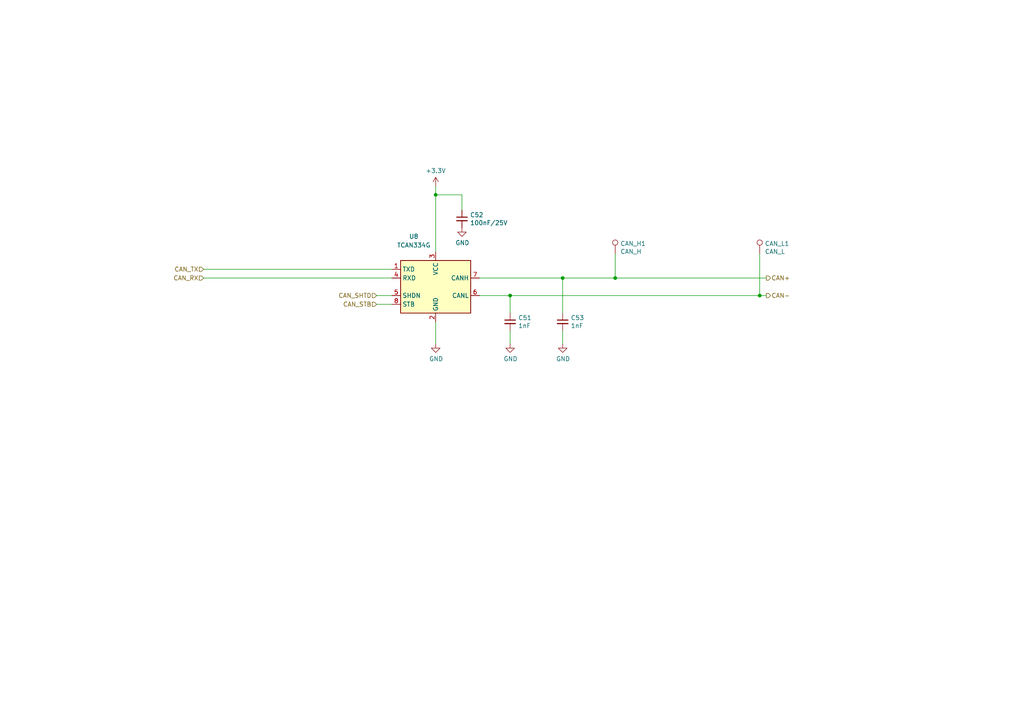
<source format=kicad_sch>
(kicad_sch (version 20230121) (generator eeschema)
  (paper "A4")
  (title_block (title "CAN Bus Driver") (date "2021-12-19") (rev "1"))
  (lib_symbols
    (symbol "Connector:TestPoint" (pin_numbers hide) (pin_names (offset 0.762) hide)
      (property "Reference" "TP" (at 0 6.858 0))
      (property "Value" "TestPoint" (at 0 5.08 0))
      (symbol "TestPoint_0_1"
        (circle (center 0 3.302) (radius 0.762))
      )
      (symbol "TestPoint_1_1"
        (pin passive line (at 0 0 90) (length 2.54) (name "1") (number "1"))
      )
    )
    (symbol "Device:C_Small" (pin_numbers hide) (pin_names (offset 0.254) hide)
      (property "Reference" "C" (at 0.254 1.778 0))
      (property "Value" "C_Small" (at 0.254 -2.032 0))
      (symbol "C_Small_0_1"
        (polyline (pts (xy -1.524 -0.508) (xy 1.524 -0.508)) (stroke (width 0.3302)))
        (polyline (pts (xy -1.524 0.508) (xy 1.524 0.508)) (stroke (width 0.3048)))
      )
      (symbol "C_Small_1_1"
        (pin passive line (at 0 2.54 270) (length 2.032) (name "~") (number "1"))
        (pin passive line (at 0 -2.54 90) (length 2.032) (name "~") (number "2"))
      )
    )
    (symbol "Interface_CAN_LIN:TCAN334G"
      (property "Reference" "U" (at -10.16 8.89 0))
      (property "Value" "TCAN334G" (at 2.54 8.89 0))
      (symbol "TCAN334G_0_1"
        (rectangle (start -10.16 7.62) (end 10.16 -7.62) (stroke (width 0.254)) (fill (type background)))
      )
      (symbol "TCAN334G_1_1"
        (pin input line (at -12.7 5.08 0) (length 2.54) (name "TXD") (number "1"))
        (pin power_in line (at 0 -10.16 90) (length 2.54) (name "GND") (number "2"))
        (pin power_in line (at 0 10.16 270) (length 2.54) (name "VCC") (number "3"))
        (pin tri_state line (at -12.7 2.54 0) (length 2.54) (name "RXD") (number "4"))
        (pin input line (at -12.7 -2.54 0) (length 2.54) (name "SHDN") (number "5"))
        (pin bidirectional line (at 12.7 -2.54 180) (length 2.54) (name "CANL") (number "6"))
        (pin bidirectional line (at 12.7 2.54 180) (length 2.54) (name "CANH") (number "7"))
        (pin input line (at -12.7 -5.08 0) (length 2.54) (name "STB") (number "8"))
      )
    )
    (symbol "power:+3.3V" (power) (pin_names (offset 0))
      (property "Value" "+3.3V" (at 0 3.556 0))
      (symbol "+3.3V_0_1"
        (polyline (pts (xy -0.762 1.27) (xy 0 2.54)))
        (polyline (pts (xy 0 0) (xy 0 2.54)))
        (polyline (pts (xy 0 2.54) (xy 0.762 1.27)))
      )
      (symbol "+3.3V_1_1"
        (pin power_in line (at 0 0 90) (length 0) hide (name "+3.3V") (number "1"))
      )
    )
    (symbol "power:GND" (power) (pin_names (offset 0))
      (property "Value" "GND" (at 0 -3.81 0))
      (symbol "GND_0_1"
        (polyline (pts (xy 0 0) (xy 0 -1.27) (xy 1.27 -1.27) (xy 0 -2.54) (xy -1.27 -1.27) (xy 0 -1.27)))
      )
      (symbol "GND_1_1"
        (pin power_in line (at 0 0 270) (length 0) hide (name "GND") (number "1"))
      )
    )
  )
  (junction (at 178.435 80.645))
  (junction (at 220.345 85.725))
  (junction (at 163.195 80.645))
  (junction (at 147.955 85.725))
  (junction (at 126.365 56.515))
  (wire (pts (xy 178.435 80.645) (xy 222.25 80.645)))
  (wire (pts (xy 163.195 99.695) (xy 163.195 95.885)))
  (wire (pts (xy 139.065 85.725) (xy 147.955 85.725)))
  (wire (pts (xy 126.365 93.345) (xy 126.365 99.695)))
  (wire (pts (xy 147.955 85.725) (xy 147.955 90.805)))
  (wire (pts (xy 139.065 80.645) (xy 163.195 80.645)))
  (wire (pts (xy 109.22 85.725) (xy 113.665 85.725)))
  (wire (pts (xy 126.365 56.515) (xy 126.365 53.975)))
  (wire (pts (xy 59.055 78.105) (xy 113.665 78.105)))
  (wire (pts (xy 126.365 56.515) (xy 126.365 73.025)))
  (wire (pts (xy 163.195 80.645) (xy 178.435 80.645)))
  (wire (pts (xy 133.985 56.515) (xy 133.985 60.96)))
  (wire (pts (xy 163.195 90.805) (xy 163.195 80.645)))
  (wire (pts (xy 178.435 73.66) (xy 178.435 80.645)))
  (wire (pts (xy 147.955 85.725) (xy 220.345 85.725)))
  (wire (pts (xy 109.22 88.265) (xy 113.665 88.265)))
  (wire (pts (xy 220.345 85.725) (xy 222.25 85.725)))
  (wire (pts (xy 59.055 80.645) (xy 113.665 80.645)))
  (wire (pts (xy 126.365 56.515) (xy 133.985 56.515)))
  (wire (pts (xy 220.345 73.66) (xy 220.345 85.725)))
  (wire (pts (xy 147.955 95.885) (xy 147.955 99.695)))
  (hierarchical_label "CAN_TX" (shape input) (at 59.055 78.105 180))
  (hierarchical_label "CAN_SHTD" (shape input) (at 109.22 85.725 180))
  (hierarchical_label "CAN_STB" (shape input) (at 109.22 88.265 180))
  (hierarchical_label "CAN-" (shape output) (at 222.25 85.725 0))
  (hierarchical_label "CAN+" (shape output) (at 222.25 80.645 0))
  (hierarchical_label "CAN_RX" (shape input) (at 59.055 80.645 180))
  (symbol (lib_id "Device:C_Small") (at 147.955 93.345 0) (unit 1)
    (property "Reference" "C51" (at 150.2918 92.1766 0) (effects (justify left)))
    (property "Value" "1nF" (at 150.2918 94.488 0) (effects (justify left)))
    (property "Footprint" "Capacitor_SMD:C_0603_1608Metric" (effects hide))
    (property "Datasheet" "https://product.tdk.com/system/files/dam/doc/product/capacitor/ceramic/mlcc/catalog/mlcc_automotive_midvoltage_en.pdf?ref_disty=mouser" (effects hide))
    (property "Vendor" "https://cz.mouser.com/ProductDetail/TDK/CGA3E2X7R2A102K080AA?qs=NRhsANhppD%2FkMFCdFnDSsQ%3D%3D" (effects hide))
    (property "CENA" "2,23" (effects hide))
    (property "MNUMBER " "CGA3E2X7R2A102K080AA " (effects hide))
    (property "OBJCISLO" "810-CGA3E2X7R2A102K " (effects hide))
  )
  (symbol (lib_id "Device:C_Small") (at 163.195 93.345 0) (unit 1)
    (property "Reference" "C53" (at 165.5318 92.1766 0) (effects (justify left)))
    (property "Value" "1nF" (at 165.5318 94.488 0) (effects (justify left)))
    (property "Footprint" "Capacitor_SMD:C_0603_1608Metric" (effects hide))
    (property "Datasheet" "https://product.tdk.com/system/files/dam/doc/product/capacitor/ceramic/mlcc/catalog/mlcc_automotive_midvoltage_en.pdf?ref_disty=mouser" (effects hide))
    (property "Vendor" "https://cz.mouser.com/ProductDetail/TDK/CGA3E2X7R2A102K080AA?qs=NRhsANhppD%2FkMFCdFnDSsQ%3D%3D" (effects hide))
    (property "CENA" "2,23" (effects hide))
    (property "MNUMBER " "CGA3E2X7R2A102K080AA " (effects hide))
    (property "OBJCISLO" "810-CGA3E2X7R2A102K " (effects hide))
  )
  (symbol (lib_id "Connector:TestPoint") (at 178.435 73.66 0) (unit 1) (in_bom no)
    (property "Reference" "CAN_H1" (at 179.9082 70.6628 0) (effects (justify left)))
    (property "Value" "CAN_H" (at 179.9082 72.9742 0) (effects (justify left)))
    (property "Footprint" "TestPoint:TestPoint_Pad_1.5x1.5mm" (effects hide))
  )
  (symbol (lib_id "Connector:TestPoint") (at 220.345 73.66 0) (unit 1) (in_bom no)
    (property "Reference" "CAN_L1" (at 221.8182 70.6628 0) (effects (justify left)))
    (property "Value" "CAN_L" (at 221.8182 72.9742 0) (effects (justify left)))
    (property "Footprint" "TestPoint:TestPoint_Pad_1.5x1.5mm" (effects hide))
  )
  (symbol (lib_id "power:GND") (at 126.365 99.695 0) (unit 1)
    (property "Reference" "#PWR088" (effects hide))
    (property "Value" "GND" (at 126.492 104.0892 0))
  )
  (symbol (lib_id "power:GND") (at 147.955 99.695 0) (unit 1)
    (property "Reference" "#PWR090" (effects hide))
    (property "Value" "GND" (at 148.082 104.0892 0))
  )
  (symbol (lib_id "power:GND") (at 163.195 99.695 0) (unit 1)
    (property "Reference" "#PWR091" (effects hide))
    (property "Value" "GND" (at 163.322 104.0892 0))
  )
  (symbol (lib_id "Device:C_Small") (at 133.985 63.5 0) (unit 1)
    (property "Reference" "C52" (at 136.3218 62.3316 0) (effects (justify left)))
    (property "Value" "100nF/25V" (at 136.3218 64.643 0) (effects (justify left)))
    (property "Footprint" "Capacitor_SMD:C_0603_1608Metric" (effects hide))
    (property "Datasheet" "https://cz.mouser.com/datasheet/2/585/MLCC_Automotive-1837966.pdf" (effects hide))
    (property "Vendor" "https://cz.mouser.com/ProductDetail/KEMET/C0603C104M3RACTU?qs=7q2aiX3Gdlh4qBRaMcnohQ%3D%3D" (effects hide))
    (property "CENA" "2,23" (effects hide))
    (property "MNUMBER " "CL10B104KA8WPNC " (effects hide))
    (property "OBJCISLO" "187-CL10B104KA8WPNC" (effects hide))
    (property "POZN" "v cimře" (effects hide))
  )
  (symbol (lib_id "power:GND") (at 133.985 66.04 0) (unit 1)
    (property "Reference" "#PWR089" (effects hide))
    (property "Value" "GND" (at 134.112 70.4342 0))
  )
  (symbol (lib_id "Interface_CAN_LIN:TCAN334G") (at 126.365 83.185 0) (unit 1)
    (property "Reference" "U8" (at 120.015 68.58 0))
    (property "Value" "TCAN334G" (at 120.015 71.12 0))
    (property "Footprint" "Package_TO_SOT_SMD:SOT-23-8" (effects hide))
    (property "Datasheet" "http://www.ti.com/lit/ds/symlink/tcan337.pdf" (effects hide))
    (property "Vendor" "https://cz.mouser.com/ProductDetail/Texas-Instruments/TCAN334GDCNT?qs=gMfM3zrbS4oTuX6xdwyS1w%3D%3D" (effects hide))
    (property "CENA" "84,66 " (effects hide))
    (property "MNUMBER " "TCAN334GDCNT" (effects hide))
    (property "OBJCISLO" "595-TCAN334GDCNT" (effects hide))
  )
  (symbol (lib_id "power:+3.3V") (at 126.365 53.975 0) (unit 1)
    (property "Reference" "#PWR087" (effects hide))
    (property "Value" "+3.3V" (at 126.365 49.53 0))
  )
)
</source>
